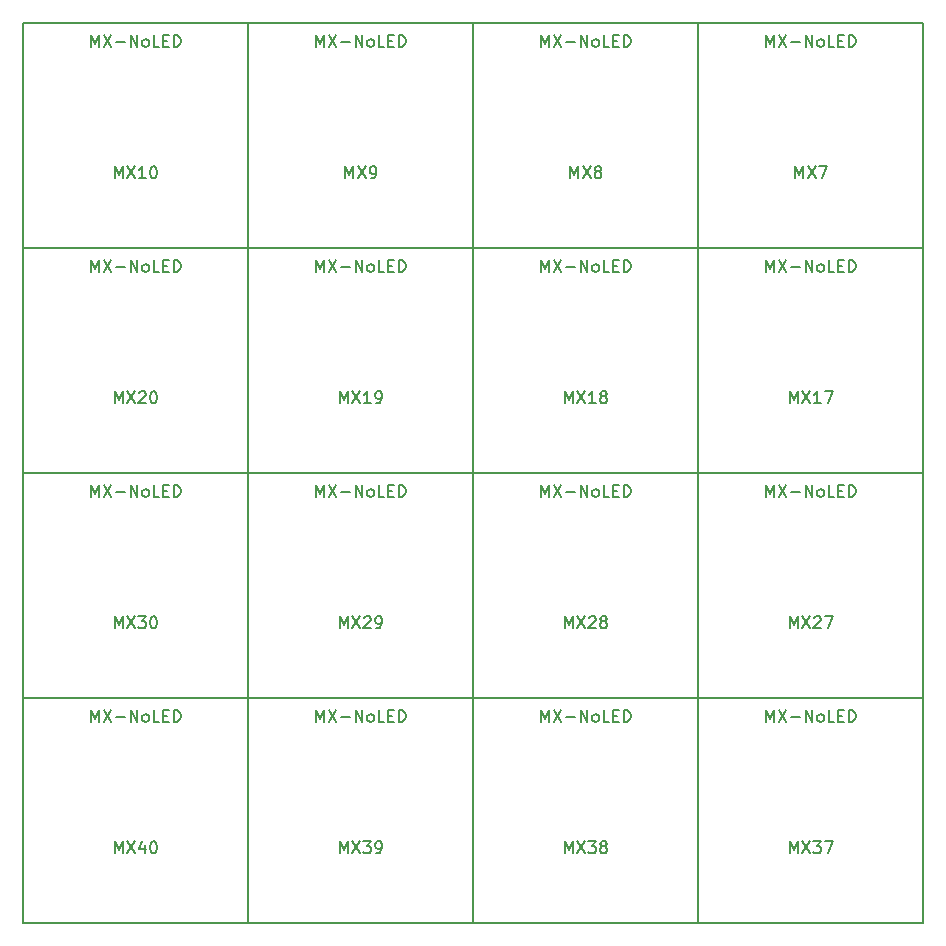
<source format=gbr>
%TF.GenerationSoftware,KiCad,Pcbnew,(5.1.9-0-10_14)*%
%TF.CreationDate,2021-04-27T17:51:09-05:00*%
%TF.ProjectId,egg-top,6567672d-746f-4702-9e6b-696361645f70,rev?*%
%TF.SameCoordinates,Original*%
%TF.FileFunction,OtherDrawing,Comment*%
%FSLAX46Y46*%
G04 Gerber Fmt 4.6, Leading zero omitted, Abs format (unit mm)*
G04 Created by KiCad (PCBNEW (5.1.9-0-10_14)) date 2021-04-27 17:51:09*
%MOMM*%
%LPD*%
G01*
G04 APERTURE LIST*
%ADD10C,0.150000*%
G04 APERTURE END LIST*
D10*
%TO.C,MX27*%
X113481250Y-65112500D02*
X113481250Y-84112500D01*
X113481250Y-84112500D02*
X94481250Y-84112500D01*
X94481250Y-84112500D02*
X94481250Y-65112500D01*
X94481250Y-65112500D02*
X113481250Y-65112500D01*
%TO.C,MX39*%
X75381250Y-84162500D02*
X75381250Y-103162500D01*
X75381250Y-103162500D02*
X56381250Y-103162500D01*
X56381250Y-103162500D02*
X56381250Y-84162500D01*
X56381250Y-84162500D02*
X75381250Y-84162500D01*
%TO.C,MX10*%
X56331250Y-27012500D02*
X56331250Y-46012500D01*
X56331250Y-46012500D02*
X37331250Y-46012500D01*
X37331250Y-46012500D02*
X37331250Y-27012500D01*
X37331250Y-27012500D02*
X56331250Y-27012500D01*
%TO.C,MX40*%
X56331250Y-84162500D02*
X56331250Y-103162500D01*
X56331250Y-103162500D02*
X37331250Y-103162500D01*
X37331250Y-103162500D02*
X37331250Y-84162500D01*
X37331250Y-84162500D02*
X56331250Y-84162500D01*
%TO.C,MX38*%
X94431250Y-84162500D02*
X94431250Y-103162500D01*
X94431250Y-103162500D02*
X75431250Y-103162500D01*
X75431250Y-103162500D02*
X75431250Y-84162500D01*
X75431250Y-84162500D02*
X94431250Y-84162500D01*
%TO.C,MX37*%
X113481250Y-84162500D02*
X113481250Y-103162500D01*
X113481250Y-103162500D02*
X94481250Y-103162500D01*
X94481250Y-103162500D02*
X94481250Y-84162500D01*
X94481250Y-84162500D02*
X113481250Y-84162500D01*
%TO.C,MX30*%
X56331250Y-65112500D02*
X56331250Y-84112500D01*
X56331250Y-84112500D02*
X37331250Y-84112500D01*
X37331250Y-84112500D02*
X37331250Y-65112500D01*
X37331250Y-65112500D02*
X56331250Y-65112500D01*
%TO.C,MX29*%
X75381250Y-65112500D02*
X75381250Y-84112500D01*
X75381250Y-84112500D02*
X56381250Y-84112500D01*
X56381250Y-84112500D02*
X56381250Y-65112500D01*
X56381250Y-65112500D02*
X75381250Y-65112500D01*
%TO.C,MX28*%
X94431250Y-65112500D02*
X94431250Y-84112500D01*
X94431250Y-84112500D02*
X75431250Y-84112500D01*
X75431250Y-84112500D02*
X75431250Y-65112500D01*
X75431250Y-65112500D02*
X94431250Y-65112500D01*
%TO.C,MX20*%
X56331250Y-46062500D02*
X56331250Y-65062500D01*
X56331250Y-65062500D02*
X37331250Y-65062500D01*
X37331250Y-65062500D02*
X37331250Y-46062500D01*
X37331250Y-46062500D02*
X56331250Y-46062500D01*
%TO.C,MX19*%
X75381250Y-46062500D02*
X75381250Y-65062500D01*
X75381250Y-65062500D02*
X56381250Y-65062500D01*
X56381250Y-65062500D02*
X56381250Y-46062500D01*
X56381250Y-46062500D02*
X75381250Y-46062500D01*
%TO.C,MX18*%
X94431250Y-46062500D02*
X94431250Y-65062500D01*
X94431250Y-65062500D02*
X75431250Y-65062500D01*
X75431250Y-65062500D02*
X75431250Y-46062500D01*
X75431250Y-46062500D02*
X94431250Y-46062500D01*
%TO.C,MX17*%
X113481250Y-46062500D02*
X113481250Y-65062500D01*
X113481250Y-65062500D02*
X94481250Y-65062500D01*
X94481250Y-65062500D02*
X94481250Y-46062500D01*
X94481250Y-46062500D02*
X113481250Y-46062500D01*
%TO.C,MX9*%
X75381250Y-27012500D02*
X75381250Y-46012500D01*
X75381250Y-46012500D02*
X56381250Y-46012500D01*
X56381250Y-46012500D02*
X56381250Y-27012500D01*
X56381250Y-27012500D02*
X75381250Y-27012500D01*
%TO.C,MX8*%
X94431250Y-27012500D02*
X94431250Y-46012500D01*
X94431250Y-46012500D02*
X75431250Y-46012500D01*
X75431250Y-46012500D02*
X75431250Y-27012500D01*
X75431250Y-27012500D02*
X94431250Y-27012500D01*
%TO.C,MX7*%
X113481250Y-27012500D02*
X113481250Y-46012500D01*
X113481250Y-46012500D02*
X94481250Y-46012500D01*
X94481250Y-46012500D02*
X94481250Y-27012500D01*
X94481250Y-27012500D02*
X113481250Y-27012500D01*
%TD*%
%TO.C,MX27*%
X102219345Y-78239880D02*
X102219345Y-77239880D01*
X102552678Y-77954166D01*
X102886011Y-77239880D01*
X102886011Y-78239880D01*
X103266964Y-77239880D02*
X103933630Y-78239880D01*
X103933630Y-77239880D02*
X103266964Y-78239880D01*
X104266964Y-77335119D02*
X104314583Y-77287500D01*
X104409821Y-77239880D01*
X104647916Y-77239880D01*
X104743154Y-77287500D01*
X104790773Y-77335119D01*
X104838392Y-77430357D01*
X104838392Y-77525595D01*
X104790773Y-77668452D01*
X104219345Y-78239880D01*
X104838392Y-78239880D01*
X105171726Y-77239880D02*
X105838392Y-77239880D01*
X105409821Y-78239880D01*
X100219345Y-67127380D02*
X100219345Y-66127380D01*
X100552678Y-66841666D01*
X100886011Y-66127380D01*
X100886011Y-67127380D01*
X101266964Y-66127380D02*
X101933630Y-67127380D01*
X101933630Y-66127380D02*
X101266964Y-67127380D01*
X102314583Y-66746428D02*
X103076488Y-66746428D01*
X103552678Y-67127380D02*
X103552678Y-66127380D01*
X104124107Y-67127380D01*
X104124107Y-66127380D01*
X104743154Y-67127380D02*
X104647916Y-67079761D01*
X104600297Y-67032142D01*
X104552678Y-66936904D01*
X104552678Y-66651190D01*
X104600297Y-66555952D01*
X104647916Y-66508333D01*
X104743154Y-66460714D01*
X104886011Y-66460714D01*
X104981250Y-66508333D01*
X105028869Y-66555952D01*
X105076488Y-66651190D01*
X105076488Y-66936904D01*
X105028869Y-67032142D01*
X104981250Y-67079761D01*
X104886011Y-67127380D01*
X104743154Y-67127380D01*
X105981250Y-67127380D02*
X105505059Y-67127380D01*
X105505059Y-66127380D01*
X106314583Y-66603571D02*
X106647916Y-66603571D01*
X106790773Y-67127380D02*
X106314583Y-67127380D01*
X106314583Y-66127380D01*
X106790773Y-66127380D01*
X107219345Y-67127380D02*
X107219345Y-66127380D01*
X107457440Y-66127380D01*
X107600297Y-66175000D01*
X107695535Y-66270238D01*
X107743154Y-66365476D01*
X107790773Y-66555952D01*
X107790773Y-66698809D01*
X107743154Y-66889285D01*
X107695535Y-66984523D01*
X107600297Y-67079761D01*
X107457440Y-67127380D01*
X107219345Y-67127380D01*
%TO.C,MX39*%
X64119345Y-97289880D02*
X64119345Y-96289880D01*
X64452678Y-97004166D01*
X64786011Y-96289880D01*
X64786011Y-97289880D01*
X65166964Y-96289880D02*
X65833630Y-97289880D01*
X65833630Y-96289880D02*
X65166964Y-97289880D01*
X66119345Y-96289880D02*
X66738392Y-96289880D01*
X66405059Y-96670833D01*
X66547916Y-96670833D01*
X66643154Y-96718452D01*
X66690773Y-96766071D01*
X66738392Y-96861309D01*
X66738392Y-97099404D01*
X66690773Y-97194642D01*
X66643154Y-97242261D01*
X66547916Y-97289880D01*
X66262202Y-97289880D01*
X66166964Y-97242261D01*
X66119345Y-97194642D01*
X67214583Y-97289880D02*
X67405059Y-97289880D01*
X67500297Y-97242261D01*
X67547916Y-97194642D01*
X67643154Y-97051785D01*
X67690773Y-96861309D01*
X67690773Y-96480357D01*
X67643154Y-96385119D01*
X67595535Y-96337500D01*
X67500297Y-96289880D01*
X67309821Y-96289880D01*
X67214583Y-96337500D01*
X67166964Y-96385119D01*
X67119345Y-96480357D01*
X67119345Y-96718452D01*
X67166964Y-96813690D01*
X67214583Y-96861309D01*
X67309821Y-96908928D01*
X67500297Y-96908928D01*
X67595535Y-96861309D01*
X67643154Y-96813690D01*
X67690773Y-96718452D01*
X62119345Y-86177380D02*
X62119345Y-85177380D01*
X62452678Y-85891666D01*
X62786011Y-85177380D01*
X62786011Y-86177380D01*
X63166964Y-85177380D02*
X63833630Y-86177380D01*
X63833630Y-85177380D02*
X63166964Y-86177380D01*
X64214583Y-85796428D02*
X64976488Y-85796428D01*
X65452678Y-86177380D02*
X65452678Y-85177380D01*
X66024107Y-86177380D01*
X66024107Y-85177380D01*
X66643154Y-86177380D02*
X66547916Y-86129761D01*
X66500297Y-86082142D01*
X66452678Y-85986904D01*
X66452678Y-85701190D01*
X66500297Y-85605952D01*
X66547916Y-85558333D01*
X66643154Y-85510714D01*
X66786011Y-85510714D01*
X66881250Y-85558333D01*
X66928869Y-85605952D01*
X66976488Y-85701190D01*
X66976488Y-85986904D01*
X66928869Y-86082142D01*
X66881250Y-86129761D01*
X66786011Y-86177380D01*
X66643154Y-86177380D01*
X67881250Y-86177380D02*
X67405059Y-86177380D01*
X67405059Y-85177380D01*
X68214583Y-85653571D02*
X68547916Y-85653571D01*
X68690773Y-86177380D02*
X68214583Y-86177380D01*
X68214583Y-85177380D01*
X68690773Y-85177380D01*
X69119345Y-86177380D02*
X69119345Y-85177380D01*
X69357440Y-85177380D01*
X69500297Y-85225000D01*
X69595535Y-85320238D01*
X69643154Y-85415476D01*
X69690773Y-85605952D01*
X69690773Y-85748809D01*
X69643154Y-85939285D01*
X69595535Y-86034523D01*
X69500297Y-86129761D01*
X69357440Y-86177380D01*
X69119345Y-86177380D01*
%TO.C,MX10*%
X45069345Y-40139880D02*
X45069345Y-39139880D01*
X45402678Y-39854166D01*
X45736011Y-39139880D01*
X45736011Y-40139880D01*
X46116964Y-39139880D02*
X46783630Y-40139880D01*
X46783630Y-39139880D02*
X46116964Y-40139880D01*
X47688392Y-40139880D02*
X47116964Y-40139880D01*
X47402678Y-40139880D02*
X47402678Y-39139880D01*
X47307440Y-39282738D01*
X47212202Y-39377976D01*
X47116964Y-39425595D01*
X48307440Y-39139880D02*
X48402678Y-39139880D01*
X48497916Y-39187500D01*
X48545535Y-39235119D01*
X48593154Y-39330357D01*
X48640773Y-39520833D01*
X48640773Y-39758928D01*
X48593154Y-39949404D01*
X48545535Y-40044642D01*
X48497916Y-40092261D01*
X48402678Y-40139880D01*
X48307440Y-40139880D01*
X48212202Y-40092261D01*
X48164583Y-40044642D01*
X48116964Y-39949404D01*
X48069345Y-39758928D01*
X48069345Y-39520833D01*
X48116964Y-39330357D01*
X48164583Y-39235119D01*
X48212202Y-39187500D01*
X48307440Y-39139880D01*
X43069345Y-29027380D02*
X43069345Y-28027380D01*
X43402678Y-28741666D01*
X43736011Y-28027380D01*
X43736011Y-29027380D01*
X44116964Y-28027380D02*
X44783630Y-29027380D01*
X44783630Y-28027380D02*
X44116964Y-29027380D01*
X45164583Y-28646428D02*
X45926488Y-28646428D01*
X46402678Y-29027380D02*
X46402678Y-28027380D01*
X46974107Y-29027380D01*
X46974107Y-28027380D01*
X47593154Y-29027380D02*
X47497916Y-28979761D01*
X47450297Y-28932142D01*
X47402678Y-28836904D01*
X47402678Y-28551190D01*
X47450297Y-28455952D01*
X47497916Y-28408333D01*
X47593154Y-28360714D01*
X47736011Y-28360714D01*
X47831250Y-28408333D01*
X47878869Y-28455952D01*
X47926488Y-28551190D01*
X47926488Y-28836904D01*
X47878869Y-28932142D01*
X47831250Y-28979761D01*
X47736011Y-29027380D01*
X47593154Y-29027380D01*
X48831250Y-29027380D02*
X48355059Y-29027380D01*
X48355059Y-28027380D01*
X49164583Y-28503571D02*
X49497916Y-28503571D01*
X49640773Y-29027380D02*
X49164583Y-29027380D01*
X49164583Y-28027380D01*
X49640773Y-28027380D01*
X50069345Y-29027380D02*
X50069345Y-28027380D01*
X50307440Y-28027380D01*
X50450297Y-28075000D01*
X50545535Y-28170238D01*
X50593154Y-28265476D01*
X50640773Y-28455952D01*
X50640773Y-28598809D01*
X50593154Y-28789285D01*
X50545535Y-28884523D01*
X50450297Y-28979761D01*
X50307440Y-29027380D01*
X50069345Y-29027380D01*
%TO.C,MX40*%
X45069345Y-97289880D02*
X45069345Y-96289880D01*
X45402678Y-97004166D01*
X45736011Y-96289880D01*
X45736011Y-97289880D01*
X46116964Y-96289880D02*
X46783630Y-97289880D01*
X46783630Y-96289880D02*
X46116964Y-97289880D01*
X47593154Y-96623214D02*
X47593154Y-97289880D01*
X47355059Y-96242261D02*
X47116964Y-96956547D01*
X47736011Y-96956547D01*
X48307440Y-96289880D02*
X48402678Y-96289880D01*
X48497916Y-96337500D01*
X48545535Y-96385119D01*
X48593154Y-96480357D01*
X48640773Y-96670833D01*
X48640773Y-96908928D01*
X48593154Y-97099404D01*
X48545535Y-97194642D01*
X48497916Y-97242261D01*
X48402678Y-97289880D01*
X48307440Y-97289880D01*
X48212202Y-97242261D01*
X48164583Y-97194642D01*
X48116964Y-97099404D01*
X48069345Y-96908928D01*
X48069345Y-96670833D01*
X48116964Y-96480357D01*
X48164583Y-96385119D01*
X48212202Y-96337500D01*
X48307440Y-96289880D01*
X43069345Y-86177380D02*
X43069345Y-85177380D01*
X43402678Y-85891666D01*
X43736011Y-85177380D01*
X43736011Y-86177380D01*
X44116964Y-85177380D02*
X44783630Y-86177380D01*
X44783630Y-85177380D02*
X44116964Y-86177380D01*
X45164583Y-85796428D02*
X45926488Y-85796428D01*
X46402678Y-86177380D02*
X46402678Y-85177380D01*
X46974107Y-86177380D01*
X46974107Y-85177380D01*
X47593154Y-86177380D02*
X47497916Y-86129761D01*
X47450297Y-86082142D01*
X47402678Y-85986904D01*
X47402678Y-85701190D01*
X47450297Y-85605952D01*
X47497916Y-85558333D01*
X47593154Y-85510714D01*
X47736011Y-85510714D01*
X47831250Y-85558333D01*
X47878869Y-85605952D01*
X47926488Y-85701190D01*
X47926488Y-85986904D01*
X47878869Y-86082142D01*
X47831250Y-86129761D01*
X47736011Y-86177380D01*
X47593154Y-86177380D01*
X48831250Y-86177380D02*
X48355059Y-86177380D01*
X48355059Y-85177380D01*
X49164583Y-85653571D02*
X49497916Y-85653571D01*
X49640773Y-86177380D02*
X49164583Y-86177380D01*
X49164583Y-85177380D01*
X49640773Y-85177380D01*
X50069345Y-86177380D02*
X50069345Y-85177380D01*
X50307440Y-85177380D01*
X50450297Y-85225000D01*
X50545535Y-85320238D01*
X50593154Y-85415476D01*
X50640773Y-85605952D01*
X50640773Y-85748809D01*
X50593154Y-85939285D01*
X50545535Y-86034523D01*
X50450297Y-86129761D01*
X50307440Y-86177380D01*
X50069345Y-86177380D01*
%TO.C,MX38*%
X83169345Y-97289880D02*
X83169345Y-96289880D01*
X83502678Y-97004166D01*
X83836011Y-96289880D01*
X83836011Y-97289880D01*
X84216964Y-96289880D02*
X84883630Y-97289880D01*
X84883630Y-96289880D02*
X84216964Y-97289880D01*
X85169345Y-96289880D02*
X85788392Y-96289880D01*
X85455059Y-96670833D01*
X85597916Y-96670833D01*
X85693154Y-96718452D01*
X85740773Y-96766071D01*
X85788392Y-96861309D01*
X85788392Y-97099404D01*
X85740773Y-97194642D01*
X85693154Y-97242261D01*
X85597916Y-97289880D01*
X85312202Y-97289880D01*
X85216964Y-97242261D01*
X85169345Y-97194642D01*
X86359821Y-96718452D02*
X86264583Y-96670833D01*
X86216964Y-96623214D01*
X86169345Y-96527976D01*
X86169345Y-96480357D01*
X86216964Y-96385119D01*
X86264583Y-96337500D01*
X86359821Y-96289880D01*
X86550297Y-96289880D01*
X86645535Y-96337500D01*
X86693154Y-96385119D01*
X86740773Y-96480357D01*
X86740773Y-96527976D01*
X86693154Y-96623214D01*
X86645535Y-96670833D01*
X86550297Y-96718452D01*
X86359821Y-96718452D01*
X86264583Y-96766071D01*
X86216964Y-96813690D01*
X86169345Y-96908928D01*
X86169345Y-97099404D01*
X86216964Y-97194642D01*
X86264583Y-97242261D01*
X86359821Y-97289880D01*
X86550297Y-97289880D01*
X86645535Y-97242261D01*
X86693154Y-97194642D01*
X86740773Y-97099404D01*
X86740773Y-96908928D01*
X86693154Y-96813690D01*
X86645535Y-96766071D01*
X86550297Y-96718452D01*
X81169345Y-86177380D02*
X81169345Y-85177380D01*
X81502678Y-85891666D01*
X81836011Y-85177380D01*
X81836011Y-86177380D01*
X82216964Y-85177380D02*
X82883630Y-86177380D01*
X82883630Y-85177380D02*
X82216964Y-86177380D01*
X83264583Y-85796428D02*
X84026488Y-85796428D01*
X84502678Y-86177380D02*
X84502678Y-85177380D01*
X85074107Y-86177380D01*
X85074107Y-85177380D01*
X85693154Y-86177380D02*
X85597916Y-86129761D01*
X85550297Y-86082142D01*
X85502678Y-85986904D01*
X85502678Y-85701190D01*
X85550297Y-85605952D01*
X85597916Y-85558333D01*
X85693154Y-85510714D01*
X85836011Y-85510714D01*
X85931250Y-85558333D01*
X85978869Y-85605952D01*
X86026488Y-85701190D01*
X86026488Y-85986904D01*
X85978869Y-86082142D01*
X85931250Y-86129761D01*
X85836011Y-86177380D01*
X85693154Y-86177380D01*
X86931250Y-86177380D02*
X86455059Y-86177380D01*
X86455059Y-85177380D01*
X87264583Y-85653571D02*
X87597916Y-85653571D01*
X87740773Y-86177380D02*
X87264583Y-86177380D01*
X87264583Y-85177380D01*
X87740773Y-85177380D01*
X88169345Y-86177380D02*
X88169345Y-85177380D01*
X88407440Y-85177380D01*
X88550297Y-85225000D01*
X88645535Y-85320238D01*
X88693154Y-85415476D01*
X88740773Y-85605952D01*
X88740773Y-85748809D01*
X88693154Y-85939285D01*
X88645535Y-86034523D01*
X88550297Y-86129761D01*
X88407440Y-86177380D01*
X88169345Y-86177380D01*
%TO.C,MX37*%
X102219345Y-97289880D02*
X102219345Y-96289880D01*
X102552678Y-97004166D01*
X102886011Y-96289880D01*
X102886011Y-97289880D01*
X103266964Y-96289880D02*
X103933630Y-97289880D01*
X103933630Y-96289880D02*
X103266964Y-97289880D01*
X104219345Y-96289880D02*
X104838392Y-96289880D01*
X104505059Y-96670833D01*
X104647916Y-96670833D01*
X104743154Y-96718452D01*
X104790773Y-96766071D01*
X104838392Y-96861309D01*
X104838392Y-97099404D01*
X104790773Y-97194642D01*
X104743154Y-97242261D01*
X104647916Y-97289880D01*
X104362202Y-97289880D01*
X104266964Y-97242261D01*
X104219345Y-97194642D01*
X105171726Y-96289880D02*
X105838392Y-96289880D01*
X105409821Y-97289880D01*
X100219345Y-86177380D02*
X100219345Y-85177380D01*
X100552678Y-85891666D01*
X100886011Y-85177380D01*
X100886011Y-86177380D01*
X101266964Y-85177380D02*
X101933630Y-86177380D01*
X101933630Y-85177380D02*
X101266964Y-86177380D01*
X102314583Y-85796428D02*
X103076488Y-85796428D01*
X103552678Y-86177380D02*
X103552678Y-85177380D01*
X104124107Y-86177380D01*
X104124107Y-85177380D01*
X104743154Y-86177380D02*
X104647916Y-86129761D01*
X104600297Y-86082142D01*
X104552678Y-85986904D01*
X104552678Y-85701190D01*
X104600297Y-85605952D01*
X104647916Y-85558333D01*
X104743154Y-85510714D01*
X104886011Y-85510714D01*
X104981250Y-85558333D01*
X105028869Y-85605952D01*
X105076488Y-85701190D01*
X105076488Y-85986904D01*
X105028869Y-86082142D01*
X104981250Y-86129761D01*
X104886011Y-86177380D01*
X104743154Y-86177380D01*
X105981250Y-86177380D02*
X105505059Y-86177380D01*
X105505059Y-85177380D01*
X106314583Y-85653571D02*
X106647916Y-85653571D01*
X106790773Y-86177380D02*
X106314583Y-86177380D01*
X106314583Y-85177380D01*
X106790773Y-85177380D01*
X107219345Y-86177380D02*
X107219345Y-85177380D01*
X107457440Y-85177380D01*
X107600297Y-85225000D01*
X107695535Y-85320238D01*
X107743154Y-85415476D01*
X107790773Y-85605952D01*
X107790773Y-85748809D01*
X107743154Y-85939285D01*
X107695535Y-86034523D01*
X107600297Y-86129761D01*
X107457440Y-86177380D01*
X107219345Y-86177380D01*
%TO.C,MX30*%
X45069345Y-78239880D02*
X45069345Y-77239880D01*
X45402678Y-77954166D01*
X45736011Y-77239880D01*
X45736011Y-78239880D01*
X46116964Y-77239880D02*
X46783630Y-78239880D01*
X46783630Y-77239880D02*
X46116964Y-78239880D01*
X47069345Y-77239880D02*
X47688392Y-77239880D01*
X47355059Y-77620833D01*
X47497916Y-77620833D01*
X47593154Y-77668452D01*
X47640773Y-77716071D01*
X47688392Y-77811309D01*
X47688392Y-78049404D01*
X47640773Y-78144642D01*
X47593154Y-78192261D01*
X47497916Y-78239880D01*
X47212202Y-78239880D01*
X47116964Y-78192261D01*
X47069345Y-78144642D01*
X48307440Y-77239880D02*
X48402678Y-77239880D01*
X48497916Y-77287500D01*
X48545535Y-77335119D01*
X48593154Y-77430357D01*
X48640773Y-77620833D01*
X48640773Y-77858928D01*
X48593154Y-78049404D01*
X48545535Y-78144642D01*
X48497916Y-78192261D01*
X48402678Y-78239880D01*
X48307440Y-78239880D01*
X48212202Y-78192261D01*
X48164583Y-78144642D01*
X48116964Y-78049404D01*
X48069345Y-77858928D01*
X48069345Y-77620833D01*
X48116964Y-77430357D01*
X48164583Y-77335119D01*
X48212202Y-77287500D01*
X48307440Y-77239880D01*
X43069345Y-67127380D02*
X43069345Y-66127380D01*
X43402678Y-66841666D01*
X43736011Y-66127380D01*
X43736011Y-67127380D01*
X44116964Y-66127380D02*
X44783630Y-67127380D01*
X44783630Y-66127380D02*
X44116964Y-67127380D01*
X45164583Y-66746428D02*
X45926488Y-66746428D01*
X46402678Y-67127380D02*
X46402678Y-66127380D01*
X46974107Y-67127380D01*
X46974107Y-66127380D01*
X47593154Y-67127380D02*
X47497916Y-67079761D01*
X47450297Y-67032142D01*
X47402678Y-66936904D01*
X47402678Y-66651190D01*
X47450297Y-66555952D01*
X47497916Y-66508333D01*
X47593154Y-66460714D01*
X47736011Y-66460714D01*
X47831250Y-66508333D01*
X47878869Y-66555952D01*
X47926488Y-66651190D01*
X47926488Y-66936904D01*
X47878869Y-67032142D01*
X47831250Y-67079761D01*
X47736011Y-67127380D01*
X47593154Y-67127380D01*
X48831250Y-67127380D02*
X48355059Y-67127380D01*
X48355059Y-66127380D01*
X49164583Y-66603571D02*
X49497916Y-66603571D01*
X49640773Y-67127380D02*
X49164583Y-67127380D01*
X49164583Y-66127380D01*
X49640773Y-66127380D01*
X50069345Y-67127380D02*
X50069345Y-66127380D01*
X50307440Y-66127380D01*
X50450297Y-66175000D01*
X50545535Y-66270238D01*
X50593154Y-66365476D01*
X50640773Y-66555952D01*
X50640773Y-66698809D01*
X50593154Y-66889285D01*
X50545535Y-66984523D01*
X50450297Y-67079761D01*
X50307440Y-67127380D01*
X50069345Y-67127380D01*
%TO.C,MX29*%
X64119345Y-78239880D02*
X64119345Y-77239880D01*
X64452678Y-77954166D01*
X64786011Y-77239880D01*
X64786011Y-78239880D01*
X65166964Y-77239880D02*
X65833630Y-78239880D01*
X65833630Y-77239880D02*
X65166964Y-78239880D01*
X66166964Y-77335119D02*
X66214583Y-77287500D01*
X66309821Y-77239880D01*
X66547916Y-77239880D01*
X66643154Y-77287500D01*
X66690773Y-77335119D01*
X66738392Y-77430357D01*
X66738392Y-77525595D01*
X66690773Y-77668452D01*
X66119345Y-78239880D01*
X66738392Y-78239880D01*
X67214583Y-78239880D02*
X67405059Y-78239880D01*
X67500297Y-78192261D01*
X67547916Y-78144642D01*
X67643154Y-78001785D01*
X67690773Y-77811309D01*
X67690773Y-77430357D01*
X67643154Y-77335119D01*
X67595535Y-77287500D01*
X67500297Y-77239880D01*
X67309821Y-77239880D01*
X67214583Y-77287500D01*
X67166964Y-77335119D01*
X67119345Y-77430357D01*
X67119345Y-77668452D01*
X67166964Y-77763690D01*
X67214583Y-77811309D01*
X67309821Y-77858928D01*
X67500297Y-77858928D01*
X67595535Y-77811309D01*
X67643154Y-77763690D01*
X67690773Y-77668452D01*
X62119345Y-67127380D02*
X62119345Y-66127380D01*
X62452678Y-66841666D01*
X62786011Y-66127380D01*
X62786011Y-67127380D01*
X63166964Y-66127380D02*
X63833630Y-67127380D01*
X63833630Y-66127380D02*
X63166964Y-67127380D01*
X64214583Y-66746428D02*
X64976488Y-66746428D01*
X65452678Y-67127380D02*
X65452678Y-66127380D01*
X66024107Y-67127380D01*
X66024107Y-66127380D01*
X66643154Y-67127380D02*
X66547916Y-67079761D01*
X66500297Y-67032142D01*
X66452678Y-66936904D01*
X66452678Y-66651190D01*
X66500297Y-66555952D01*
X66547916Y-66508333D01*
X66643154Y-66460714D01*
X66786011Y-66460714D01*
X66881250Y-66508333D01*
X66928869Y-66555952D01*
X66976488Y-66651190D01*
X66976488Y-66936904D01*
X66928869Y-67032142D01*
X66881250Y-67079761D01*
X66786011Y-67127380D01*
X66643154Y-67127380D01*
X67881250Y-67127380D02*
X67405059Y-67127380D01*
X67405059Y-66127380D01*
X68214583Y-66603571D02*
X68547916Y-66603571D01*
X68690773Y-67127380D02*
X68214583Y-67127380D01*
X68214583Y-66127380D01*
X68690773Y-66127380D01*
X69119345Y-67127380D02*
X69119345Y-66127380D01*
X69357440Y-66127380D01*
X69500297Y-66175000D01*
X69595535Y-66270238D01*
X69643154Y-66365476D01*
X69690773Y-66555952D01*
X69690773Y-66698809D01*
X69643154Y-66889285D01*
X69595535Y-66984523D01*
X69500297Y-67079761D01*
X69357440Y-67127380D01*
X69119345Y-67127380D01*
%TO.C,MX28*%
X83169345Y-78239880D02*
X83169345Y-77239880D01*
X83502678Y-77954166D01*
X83836011Y-77239880D01*
X83836011Y-78239880D01*
X84216964Y-77239880D02*
X84883630Y-78239880D01*
X84883630Y-77239880D02*
X84216964Y-78239880D01*
X85216964Y-77335119D02*
X85264583Y-77287500D01*
X85359821Y-77239880D01*
X85597916Y-77239880D01*
X85693154Y-77287500D01*
X85740773Y-77335119D01*
X85788392Y-77430357D01*
X85788392Y-77525595D01*
X85740773Y-77668452D01*
X85169345Y-78239880D01*
X85788392Y-78239880D01*
X86359821Y-77668452D02*
X86264583Y-77620833D01*
X86216964Y-77573214D01*
X86169345Y-77477976D01*
X86169345Y-77430357D01*
X86216964Y-77335119D01*
X86264583Y-77287500D01*
X86359821Y-77239880D01*
X86550297Y-77239880D01*
X86645535Y-77287500D01*
X86693154Y-77335119D01*
X86740773Y-77430357D01*
X86740773Y-77477976D01*
X86693154Y-77573214D01*
X86645535Y-77620833D01*
X86550297Y-77668452D01*
X86359821Y-77668452D01*
X86264583Y-77716071D01*
X86216964Y-77763690D01*
X86169345Y-77858928D01*
X86169345Y-78049404D01*
X86216964Y-78144642D01*
X86264583Y-78192261D01*
X86359821Y-78239880D01*
X86550297Y-78239880D01*
X86645535Y-78192261D01*
X86693154Y-78144642D01*
X86740773Y-78049404D01*
X86740773Y-77858928D01*
X86693154Y-77763690D01*
X86645535Y-77716071D01*
X86550297Y-77668452D01*
X81169345Y-67127380D02*
X81169345Y-66127380D01*
X81502678Y-66841666D01*
X81836011Y-66127380D01*
X81836011Y-67127380D01*
X82216964Y-66127380D02*
X82883630Y-67127380D01*
X82883630Y-66127380D02*
X82216964Y-67127380D01*
X83264583Y-66746428D02*
X84026488Y-66746428D01*
X84502678Y-67127380D02*
X84502678Y-66127380D01*
X85074107Y-67127380D01*
X85074107Y-66127380D01*
X85693154Y-67127380D02*
X85597916Y-67079761D01*
X85550297Y-67032142D01*
X85502678Y-66936904D01*
X85502678Y-66651190D01*
X85550297Y-66555952D01*
X85597916Y-66508333D01*
X85693154Y-66460714D01*
X85836011Y-66460714D01*
X85931250Y-66508333D01*
X85978869Y-66555952D01*
X86026488Y-66651190D01*
X86026488Y-66936904D01*
X85978869Y-67032142D01*
X85931250Y-67079761D01*
X85836011Y-67127380D01*
X85693154Y-67127380D01*
X86931250Y-67127380D02*
X86455059Y-67127380D01*
X86455059Y-66127380D01*
X87264583Y-66603571D02*
X87597916Y-66603571D01*
X87740773Y-67127380D02*
X87264583Y-67127380D01*
X87264583Y-66127380D01*
X87740773Y-66127380D01*
X88169345Y-67127380D02*
X88169345Y-66127380D01*
X88407440Y-66127380D01*
X88550297Y-66175000D01*
X88645535Y-66270238D01*
X88693154Y-66365476D01*
X88740773Y-66555952D01*
X88740773Y-66698809D01*
X88693154Y-66889285D01*
X88645535Y-66984523D01*
X88550297Y-67079761D01*
X88407440Y-67127380D01*
X88169345Y-67127380D01*
%TO.C,MX20*%
X45069345Y-59189880D02*
X45069345Y-58189880D01*
X45402678Y-58904166D01*
X45736011Y-58189880D01*
X45736011Y-59189880D01*
X46116964Y-58189880D02*
X46783630Y-59189880D01*
X46783630Y-58189880D02*
X46116964Y-59189880D01*
X47116964Y-58285119D02*
X47164583Y-58237500D01*
X47259821Y-58189880D01*
X47497916Y-58189880D01*
X47593154Y-58237500D01*
X47640773Y-58285119D01*
X47688392Y-58380357D01*
X47688392Y-58475595D01*
X47640773Y-58618452D01*
X47069345Y-59189880D01*
X47688392Y-59189880D01*
X48307440Y-58189880D02*
X48402678Y-58189880D01*
X48497916Y-58237500D01*
X48545535Y-58285119D01*
X48593154Y-58380357D01*
X48640773Y-58570833D01*
X48640773Y-58808928D01*
X48593154Y-58999404D01*
X48545535Y-59094642D01*
X48497916Y-59142261D01*
X48402678Y-59189880D01*
X48307440Y-59189880D01*
X48212202Y-59142261D01*
X48164583Y-59094642D01*
X48116964Y-58999404D01*
X48069345Y-58808928D01*
X48069345Y-58570833D01*
X48116964Y-58380357D01*
X48164583Y-58285119D01*
X48212202Y-58237500D01*
X48307440Y-58189880D01*
X43069345Y-48077380D02*
X43069345Y-47077380D01*
X43402678Y-47791666D01*
X43736011Y-47077380D01*
X43736011Y-48077380D01*
X44116964Y-47077380D02*
X44783630Y-48077380D01*
X44783630Y-47077380D02*
X44116964Y-48077380D01*
X45164583Y-47696428D02*
X45926488Y-47696428D01*
X46402678Y-48077380D02*
X46402678Y-47077380D01*
X46974107Y-48077380D01*
X46974107Y-47077380D01*
X47593154Y-48077380D02*
X47497916Y-48029761D01*
X47450297Y-47982142D01*
X47402678Y-47886904D01*
X47402678Y-47601190D01*
X47450297Y-47505952D01*
X47497916Y-47458333D01*
X47593154Y-47410714D01*
X47736011Y-47410714D01*
X47831250Y-47458333D01*
X47878869Y-47505952D01*
X47926488Y-47601190D01*
X47926488Y-47886904D01*
X47878869Y-47982142D01*
X47831250Y-48029761D01*
X47736011Y-48077380D01*
X47593154Y-48077380D01*
X48831250Y-48077380D02*
X48355059Y-48077380D01*
X48355059Y-47077380D01*
X49164583Y-47553571D02*
X49497916Y-47553571D01*
X49640773Y-48077380D02*
X49164583Y-48077380D01*
X49164583Y-47077380D01*
X49640773Y-47077380D01*
X50069345Y-48077380D02*
X50069345Y-47077380D01*
X50307440Y-47077380D01*
X50450297Y-47125000D01*
X50545535Y-47220238D01*
X50593154Y-47315476D01*
X50640773Y-47505952D01*
X50640773Y-47648809D01*
X50593154Y-47839285D01*
X50545535Y-47934523D01*
X50450297Y-48029761D01*
X50307440Y-48077380D01*
X50069345Y-48077380D01*
%TO.C,MX19*%
X64119345Y-59189880D02*
X64119345Y-58189880D01*
X64452678Y-58904166D01*
X64786011Y-58189880D01*
X64786011Y-59189880D01*
X65166964Y-58189880D02*
X65833630Y-59189880D01*
X65833630Y-58189880D02*
X65166964Y-59189880D01*
X66738392Y-59189880D02*
X66166964Y-59189880D01*
X66452678Y-59189880D02*
X66452678Y-58189880D01*
X66357440Y-58332738D01*
X66262202Y-58427976D01*
X66166964Y-58475595D01*
X67214583Y-59189880D02*
X67405059Y-59189880D01*
X67500297Y-59142261D01*
X67547916Y-59094642D01*
X67643154Y-58951785D01*
X67690773Y-58761309D01*
X67690773Y-58380357D01*
X67643154Y-58285119D01*
X67595535Y-58237500D01*
X67500297Y-58189880D01*
X67309821Y-58189880D01*
X67214583Y-58237500D01*
X67166964Y-58285119D01*
X67119345Y-58380357D01*
X67119345Y-58618452D01*
X67166964Y-58713690D01*
X67214583Y-58761309D01*
X67309821Y-58808928D01*
X67500297Y-58808928D01*
X67595535Y-58761309D01*
X67643154Y-58713690D01*
X67690773Y-58618452D01*
X62119345Y-48077380D02*
X62119345Y-47077380D01*
X62452678Y-47791666D01*
X62786011Y-47077380D01*
X62786011Y-48077380D01*
X63166964Y-47077380D02*
X63833630Y-48077380D01*
X63833630Y-47077380D02*
X63166964Y-48077380D01*
X64214583Y-47696428D02*
X64976488Y-47696428D01*
X65452678Y-48077380D02*
X65452678Y-47077380D01*
X66024107Y-48077380D01*
X66024107Y-47077380D01*
X66643154Y-48077380D02*
X66547916Y-48029761D01*
X66500297Y-47982142D01*
X66452678Y-47886904D01*
X66452678Y-47601190D01*
X66500297Y-47505952D01*
X66547916Y-47458333D01*
X66643154Y-47410714D01*
X66786011Y-47410714D01*
X66881250Y-47458333D01*
X66928869Y-47505952D01*
X66976488Y-47601190D01*
X66976488Y-47886904D01*
X66928869Y-47982142D01*
X66881250Y-48029761D01*
X66786011Y-48077380D01*
X66643154Y-48077380D01*
X67881250Y-48077380D02*
X67405059Y-48077380D01*
X67405059Y-47077380D01*
X68214583Y-47553571D02*
X68547916Y-47553571D01*
X68690773Y-48077380D02*
X68214583Y-48077380D01*
X68214583Y-47077380D01*
X68690773Y-47077380D01*
X69119345Y-48077380D02*
X69119345Y-47077380D01*
X69357440Y-47077380D01*
X69500297Y-47125000D01*
X69595535Y-47220238D01*
X69643154Y-47315476D01*
X69690773Y-47505952D01*
X69690773Y-47648809D01*
X69643154Y-47839285D01*
X69595535Y-47934523D01*
X69500297Y-48029761D01*
X69357440Y-48077380D01*
X69119345Y-48077380D01*
%TO.C,MX18*%
X83169345Y-59189880D02*
X83169345Y-58189880D01*
X83502678Y-58904166D01*
X83836011Y-58189880D01*
X83836011Y-59189880D01*
X84216964Y-58189880D02*
X84883630Y-59189880D01*
X84883630Y-58189880D02*
X84216964Y-59189880D01*
X85788392Y-59189880D02*
X85216964Y-59189880D01*
X85502678Y-59189880D02*
X85502678Y-58189880D01*
X85407440Y-58332738D01*
X85312202Y-58427976D01*
X85216964Y-58475595D01*
X86359821Y-58618452D02*
X86264583Y-58570833D01*
X86216964Y-58523214D01*
X86169345Y-58427976D01*
X86169345Y-58380357D01*
X86216964Y-58285119D01*
X86264583Y-58237500D01*
X86359821Y-58189880D01*
X86550297Y-58189880D01*
X86645535Y-58237500D01*
X86693154Y-58285119D01*
X86740773Y-58380357D01*
X86740773Y-58427976D01*
X86693154Y-58523214D01*
X86645535Y-58570833D01*
X86550297Y-58618452D01*
X86359821Y-58618452D01*
X86264583Y-58666071D01*
X86216964Y-58713690D01*
X86169345Y-58808928D01*
X86169345Y-58999404D01*
X86216964Y-59094642D01*
X86264583Y-59142261D01*
X86359821Y-59189880D01*
X86550297Y-59189880D01*
X86645535Y-59142261D01*
X86693154Y-59094642D01*
X86740773Y-58999404D01*
X86740773Y-58808928D01*
X86693154Y-58713690D01*
X86645535Y-58666071D01*
X86550297Y-58618452D01*
X81169345Y-48077380D02*
X81169345Y-47077380D01*
X81502678Y-47791666D01*
X81836011Y-47077380D01*
X81836011Y-48077380D01*
X82216964Y-47077380D02*
X82883630Y-48077380D01*
X82883630Y-47077380D02*
X82216964Y-48077380D01*
X83264583Y-47696428D02*
X84026488Y-47696428D01*
X84502678Y-48077380D02*
X84502678Y-47077380D01*
X85074107Y-48077380D01*
X85074107Y-47077380D01*
X85693154Y-48077380D02*
X85597916Y-48029761D01*
X85550297Y-47982142D01*
X85502678Y-47886904D01*
X85502678Y-47601190D01*
X85550297Y-47505952D01*
X85597916Y-47458333D01*
X85693154Y-47410714D01*
X85836011Y-47410714D01*
X85931250Y-47458333D01*
X85978869Y-47505952D01*
X86026488Y-47601190D01*
X86026488Y-47886904D01*
X85978869Y-47982142D01*
X85931250Y-48029761D01*
X85836011Y-48077380D01*
X85693154Y-48077380D01*
X86931250Y-48077380D02*
X86455059Y-48077380D01*
X86455059Y-47077380D01*
X87264583Y-47553571D02*
X87597916Y-47553571D01*
X87740773Y-48077380D02*
X87264583Y-48077380D01*
X87264583Y-47077380D01*
X87740773Y-47077380D01*
X88169345Y-48077380D02*
X88169345Y-47077380D01*
X88407440Y-47077380D01*
X88550297Y-47125000D01*
X88645535Y-47220238D01*
X88693154Y-47315476D01*
X88740773Y-47505952D01*
X88740773Y-47648809D01*
X88693154Y-47839285D01*
X88645535Y-47934523D01*
X88550297Y-48029761D01*
X88407440Y-48077380D01*
X88169345Y-48077380D01*
%TO.C,MX17*%
X102219345Y-59189880D02*
X102219345Y-58189880D01*
X102552678Y-58904166D01*
X102886011Y-58189880D01*
X102886011Y-59189880D01*
X103266964Y-58189880D02*
X103933630Y-59189880D01*
X103933630Y-58189880D02*
X103266964Y-59189880D01*
X104838392Y-59189880D02*
X104266964Y-59189880D01*
X104552678Y-59189880D02*
X104552678Y-58189880D01*
X104457440Y-58332738D01*
X104362202Y-58427976D01*
X104266964Y-58475595D01*
X105171726Y-58189880D02*
X105838392Y-58189880D01*
X105409821Y-59189880D01*
X100219345Y-48077380D02*
X100219345Y-47077380D01*
X100552678Y-47791666D01*
X100886011Y-47077380D01*
X100886011Y-48077380D01*
X101266964Y-47077380D02*
X101933630Y-48077380D01*
X101933630Y-47077380D02*
X101266964Y-48077380D01*
X102314583Y-47696428D02*
X103076488Y-47696428D01*
X103552678Y-48077380D02*
X103552678Y-47077380D01*
X104124107Y-48077380D01*
X104124107Y-47077380D01*
X104743154Y-48077380D02*
X104647916Y-48029761D01*
X104600297Y-47982142D01*
X104552678Y-47886904D01*
X104552678Y-47601190D01*
X104600297Y-47505952D01*
X104647916Y-47458333D01*
X104743154Y-47410714D01*
X104886011Y-47410714D01*
X104981250Y-47458333D01*
X105028869Y-47505952D01*
X105076488Y-47601190D01*
X105076488Y-47886904D01*
X105028869Y-47982142D01*
X104981250Y-48029761D01*
X104886011Y-48077380D01*
X104743154Y-48077380D01*
X105981250Y-48077380D02*
X105505059Y-48077380D01*
X105505059Y-47077380D01*
X106314583Y-47553571D02*
X106647916Y-47553571D01*
X106790773Y-48077380D02*
X106314583Y-48077380D01*
X106314583Y-47077380D01*
X106790773Y-47077380D01*
X107219345Y-48077380D02*
X107219345Y-47077380D01*
X107457440Y-47077380D01*
X107600297Y-47125000D01*
X107695535Y-47220238D01*
X107743154Y-47315476D01*
X107790773Y-47505952D01*
X107790773Y-47648809D01*
X107743154Y-47839285D01*
X107695535Y-47934523D01*
X107600297Y-48029761D01*
X107457440Y-48077380D01*
X107219345Y-48077380D01*
%TO.C,MX9*%
X64595535Y-40139880D02*
X64595535Y-39139880D01*
X64928869Y-39854166D01*
X65262202Y-39139880D01*
X65262202Y-40139880D01*
X65643154Y-39139880D02*
X66309821Y-40139880D01*
X66309821Y-39139880D02*
X65643154Y-40139880D01*
X66738392Y-40139880D02*
X66928869Y-40139880D01*
X67024107Y-40092261D01*
X67071726Y-40044642D01*
X67166964Y-39901785D01*
X67214583Y-39711309D01*
X67214583Y-39330357D01*
X67166964Y-39235119D01*
X67119345Y-39187500D01*
X67024107Y-39139880D01*
X66833630Y-39139880D01*
X66738392Y-39187500D01*
X66690773Y-39235119D01*
X66643154Y-39330357D01*
X66643154Y-39568452D01*
X66690773Y-39663690D01*
X66738392Y-39711309D01*
X66833630Y-39758928D01*
X67024107Y-39758928D01*
X67119345Y-39711309D01*
X67166964Y-39663690D01*
X67214583Y-39568452D01*
X62119345Y-29027380D02*
X62119345Y-28027380D01*
X62452678Y-28741666D01*
X62786011Y-28027380D01*
X62786011Y-29027380D01*
X63166964Y-28027380D02*
X63833630Y-29027380D01*
X63833630Y-28027380D02*
X63166964Y-29027380D01*
X64214583Y-28646428D02*
X64976488Y-28646428D01*
X65452678Y-29027380D02*
X65452678Y-28027380D01*
X66024107Y-29027380D01*
X66024107Y-28027380D01*
X66643154Y-29027380D02*
X66547916Y-28979761D01*
X66500297Y-28932142D01*
X66452678Y-28836904D01*
X66452678Y-28551190D01*
X66500297Y-28455952D01*
X66547916Y-28408333D01*
X66643154Y-28360714D01*
X66786011Y-28360714D01*
X66881250Y-28408333D01*
X66928869Y-28455952D01*
X66976488Y-28551190D01*
X66976488Y-28836904D01*
X66928869Y-28932142D01*
X66881250Y-28979761D01*
X66786011Y-29027380D01*
X66643154Y-29027380D01*
X67881250Y-29027380D02*
X67405059Y-29027380D01*
X67405059Y-28027380D01*
X68214583Y-28503571D02*
X68547916Y-28503571D01*
X68690773Y-29027380D02*
X68214583Y-29027380D01*
X68214583Y-28027380D01*
X68690773Y-28027380D01*
X69119345Y-29027380D02*
X69119345Y-28027380D01*
X69357440Y-28027380D01*
X69500297Y-28075000D01*
X69595535Y-28170238D01*
X69643154Y-28265476D01*
X69690773Y-28455952D01*
X69690773Y-28598809D01*
X69643154Y-28789285D01*
X69595535Y-28884523D01*
X69500297Y-28979761D01*
X69357440Y-29027380D01*
X69119345Y-29027380D01*
%TO.C,MX8*%
X83645535Y-40139880D02*
X83645535Y-39139880D01*
X83978869Y-39854166D01*
X84312202Y-39139880D01*
X84312202Y-40139880D01*
X84693154Y-39139880D02*
X85359821Y-40139880D01*
X85359821Y-39139880D02*
X84693154Y-40139880D01*
X85883630Y-39568452D02*
X85788392Y-39520833D01*
X85740773Y-39473214D01*
X85693154Y-39377976D01*
X85693154Y-39330357D01*
X85740773Y-39235119D01*
X85788392Y-39187500D01*
X85883630Y-39139880D01*
X86074107Y-39139880D01*
X86169345Y-39187500D01*
X86216964Y-39235119D01*
X86264583Y-39330357D01*
X86264583Y-39377976D01*
X86216964Y-39473214D01*
X86169345Y-39520833D01*
X86074107Y-39568452D01*
X85883630Y-39568452D01*
X85788392Y-39616071D01*
X85740773Y-39663690D01*
X85693154Y-39758928D01*
X85693154Y-39949404D01*
X85740773Y-40044642D01*
X85788392Y-40092261D01*
X85883630Y-40139880D01*
X86074107Y-40139880D01*
X86169345Y-40092261D01*
X86216964Y-40044642D01*
X86264583Y-39949404D01*
X86264583Y-39758928D01*
X86216964Y-39663690D01*
X86169345Y-39616071D01*
X86074107Y-39568452D01*
X81169345Y-29027380D02*
X81169345Y-28027380D01*
X81502678Y-28741666D01*
X81836011Y-28027380D01*
X81836011Y-29027380D01*
X82216964Y-28027380D02*
X82883630Y-29027380D01*
X82883630Y-28027380D02*
X82216964Y-29027380D01*
X83264583Y-28646428D02*
X84026488Y-28646428D01*
X84502678Y-29027380D02*
X84502678Y-28027380D01*
X85074107Y-29027380D01*
X85074107Y-28027380D01*
X85693154Y-29027380D02*
X85597916Y-28979761D01*
X85550297Y-28932142D01*
X85502678Y-28836904D01*
X85502678Y-28551190D01*
X85550297Y-28455952D01*
X85597916Y-28408333D01*
X85693154Y-28360714D01*
X85836011Y-28360714D01*
X85931250Y-28408333D01*
X85978869Y-28455952D01*
X86026488Y-28551190D01*
X86026488Y-28836904D01*
X85978869Y-28932142D01*
X85931250Y-28979761D01*
X85836011Y-29027380D01*
X85693154Y-29027380D01*
X86931250Y-29027380D02*
X86455059Y-29027380D01*
X86455059Y-28027380D01*
X87264583Y-28503571D02*
X87597916Y-28503571D01*
X87740773Y-29027380D02*
X87264583Y-29027380D01*
X87264583Y-28027380D01*
X87740773Y-28027380D01*
X88169345Y-29027380D02*
X88169345Y-28027380D01*
X88407440Y-28027380D01*
X88550297Y-28075000D01*
X88645535Y-28170238D01*
X88693154Y-28265476D01*
X88740773Y-28455952D01*
X88740773Y-28598809D01*
X88693154Y-28789285D01*
X88645535Y-28884523D01*
X88550297Y-28979761D01*
X88407440Y-29027380D01*
X88169345Y-29027380D01*
%TO.C,MX7*%
X102695535Y-40139880D02*
X102695535Y-39139880D01*
X103028869Y-39854166D01*
X103362202Y-39139880D01*
X103362202Y-40139880D01*
X103743154Y-39139880D02*
X104409821Y-40139880D01*
X104409821Y-39139880D02*
X103743154Y-40139880D01*
X104695535Y-39139880D02*
X105362202Y-39139880D01*
X104933630Y-40139880D01*
X100219345Y-29027380D02*
X100219345Y-28027380D01*
X100552678Y-28741666D01*
X100886011Y-28027380D01*
X100886011Y-29027380D01*
X101266964Y-28027380D02*
X101933630Y-29027380D01*
X101933630Y-28027380D02*
X101266964Y-29027380D01*
X102314583Y-28646428D02*
X103076488Y-28646428D01*
X103552678Y-29027380D02*
X103552678Y-28027380D01*
X104124107Y-29027380D01*
X104124107Y-28027380D01*
X104743154Y-29027380D02*
X104647916Y-28979761D01*
X104600297Y-28932142D01*
X104552678Y-28836904D01*
X104552678Y-28551190D01*
X104600297Y-28455952D01*
X104647916Y-28408333D01*
X104743154Y-28360714D01*
X104886011Y-28360714D01*
X104981250Y-28408333D01*
X105028869Y-28455952D01*
X105076488Y-28551190D01*
X105076488Y-28836904D01*
X105028869Y-28932142D01*
X104981250Y-28979761D01*
X104886011Y-29027380D01*
X104743154Y-29027380D01*
X105981250Y-29027380D02*
X105505059Y-29027380D01*
X105505059Y-28027380D01*
X106314583Y-28503571D02*
X106647916Y-28503571D01*
X106790773Y-29027380D02*
X106314583Y-29027380D01*
X106314583Y-28027380D01*
X106790773Y-28027380D01*
X107219345Y-29027380D02*
X107219345Y-28027380D01*
X107457440Y-28027380D01*
X107600297Y-28075000D01*
X107695535Y-28170238D01*
X107743154Y-28265476D01*
X107790773Y-28455952D01*
X107790773Y-28598809D01*
X107743154Y-28789285D01*
X107695535Y-28884523D01*
X107600297Y-28979761D01*
X107457440Y-29027380D01*
X107219345Y-29027380D01*
%TD*%
M02*

</source>
